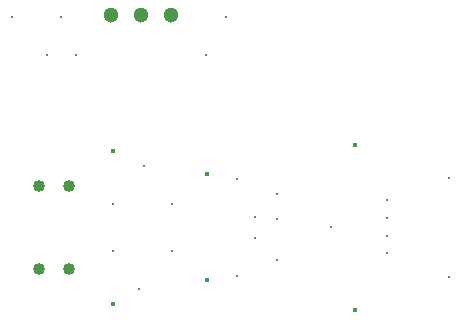
<source format=gbr>
%TF.GenerationSoftware,Altium Limited,Altium Designer,24.2.2 (26)*%
G04 Layer_Color=0*
%FSLAX45Y45*%
%MOMM*%
%TF.SameCoordinates,D2FE35CC-22CD-4169-9643-A2803306E4A1*%
%TF.FilePolarity,Positive*%
%TF.FileFunction,Plated,1,4,PTH,Drill*%
%TF.Part,Single*%
G01*
G75*
%TA.AperFunction,ComponentDrill*%
%ADD57C,1.02000*%
%ADD58C,1.30000*%
%TA.AperFunction,ViaDrill,NotFilled*%
%ADD59C,0.25000*%
%ADD60C,0.40000*%
%ADD61C,0.30000*%
%ADD62C,0.20000*%
D57*
X1173000Y1900000D02*
D03*
X1427000D02*
D03*
X1173000Y2600000D02*
D03*
X1427000D02*
D03*
D58*
X1786000Y4050000D02*
D03*
X2040000D02*
D03*
X2294000D02*
D03*
D59*
X2850000Y2660000D02*
D03*
X2020000Y1730000D02*
D03*
X950000Y4030000D02*
D03*
X1240000Y3710000D02*
D03*
X1800000Y2050000D02*
D03*
Y2450000D02*
D03*
X2060000Y2770000D02*
D03*
X2300000Y2050000D02*
D03*
Y2450000D02*
D03*
X2590000Y3710000D02*
D03*
X2850000Y1840000D02*
D03*
X3190000Y1970000D02*
D03*
X4120000Y2480000D02*
D03*
X3000000Y2160000D02*
D03*
Y2340000D02*
D03*
X3188286Y2323586D02*
D03*
X3190000Y2531900D02*
D03*
X4120000Y2330000D02*
D03*
Y2030000D02*
D03*
Y2180000D02*
D03*
D60*
X2600000Y1800000D02*
D03*
X1800000Y1600000D02*
D03*
X2600000Y2700000D02*
D03*
X1800000Y2900000D02*
D03*
X3850000Y1550000D02*
D03*
Y2950000D02*
D03*
D61*
X1360000Y4030000D02*
D03*
X1490000Y3710000D02*
D03*
X2760000Y4030000D02*
D03*
X4650000Y1830000D02*
D03*
Y2670000D02*
D03*
D62*
X3650000Y2250000D02*
D03*
%TF.MD5,51b221a9d1c8ab055a6bf3a9efb60a34*%
M02*

</source>
